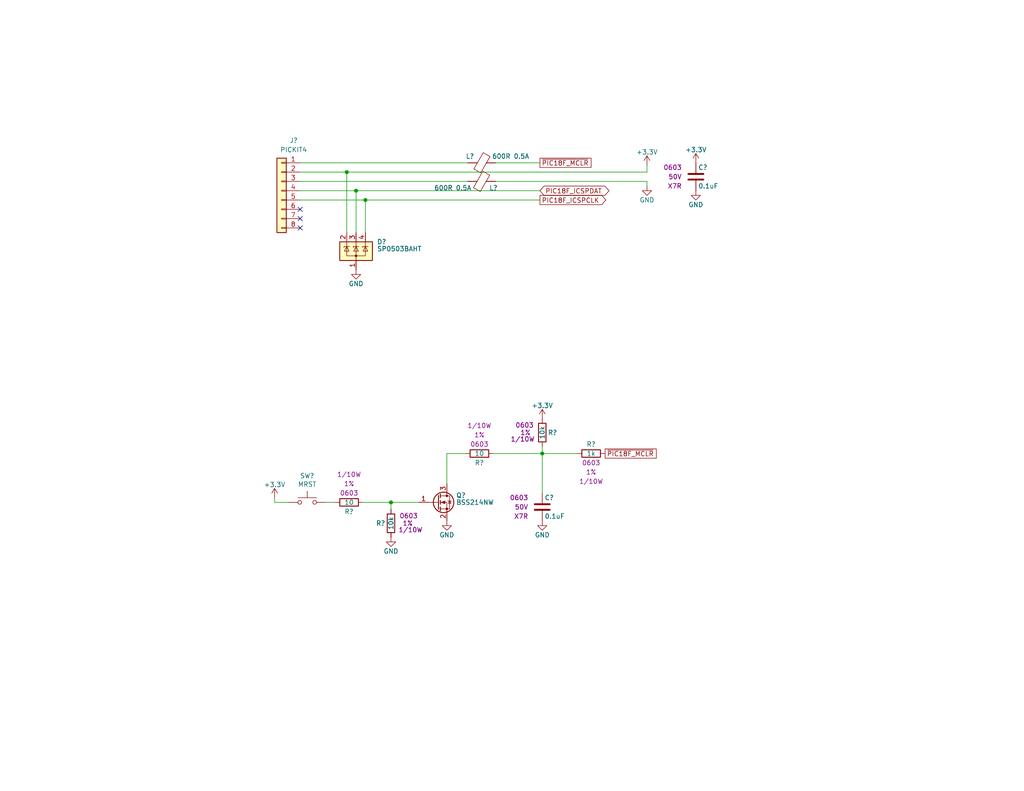
<source format=kicad_sch>
(kicad_sch (version 20230121) (generator eeschema)
  (paper "A")
  (title_block (title "USB Hub") (date "2023-08-20") (rev "PRELIM") (company "Drew Maatman"))
  (lib_symbols
    (symbol "Connector_Generic:Conn_01x08" (pin_names (offset 1.016) hide)
      (property "Reference" "J" (at 0 10.16 0))
      (property "Value" "Conn_01x08" (at 0 -12.7 0))
      (symbol "Conn_01x08_1_1"
        (rectangle (start -1.27 -10.033) (end 0 -10.287) (stroke (width 0.1524)))
        (rectangle (start -1.27 -7.493) (end 0 -7.747) (stroke (width 0.1524)))
        (rectangle (start -1.27 -4.953) (end 0 -5.207) (stroke (width 0.1524)))
        (rectangle (start -1.27 -2.413) (end 0 -2.667) (stroke (width 0.1524)))
        (rectangle (start -1.27 0.127) (end 0 -0.127) (stroke (width 0.1524)))
        (rectangle (start -1.27 2.667) (end 0 2.413) (stroke (width 0.1524)))
        (rectangle (start -1.27 5.207) (end 0 4.953) (stroke (width 0.1524)))
        (rectangle (start -1.27 7.747) (end 0 7.493) (stroke (width 0.1524)))
        (rectangle (start -1.27 8.89) (end 1.27 -11.43) (stroke (width 0.254)) (fill (type background)))
        (pin passive line (at -5.08 7.62 0) (length 3.81) (name "Pin_1") (number "1"))
        (pin passive line (at -5.08 5.08 0) (length 3.81) (name "Pin_2") (number "2"))
        (pin passive line (at -5.08 2.54 0) (length 3.81) (name "Pin_3") (number "3"))
        (pin passive line (at -5.08 0 0) (length 3.81) (name "Pin_4") (number "4"))
        (pin passive line (at -5.08 -2.54 0) (length 3.81) (name "Pin_5") (number "5"))
        (pin passive line (at -5.08 -5.08 0) (length 3.81) (name "Pin_6") (number "6"))
        (pin passive line (at -5.08 -7.62 0) (length 3.81) (name "Pin_7") (number "7"))
        (pin passive line (at -5.08 -10.16 0) (length 3.81) (name "Pin_8") (number "8"))
      )
    )
    (symbol "Custom_Library:C_Custom" (pin_numbers hide) (pin_names (offset 0.254))
      (property "Reference" "C" (at 0.635 2.54 0))
      (property "Value" "Custom_Library_C_Custom" (at 0.635 -2.54 0))
      (property "display_footprint" "Foot" (at -3.81 2.54 0))
      (property "Voltage" "V" (at -3.81 0 0))
      (property "Dielectric" "Er" (at -3.81 -2.54 0))
      (symbol "C_Custom_0_1"
        (polyline (pts (xy -2.032 -0.762) (xy 2.032 -0.762)) (stroke (width 0.508)))
        (polyline (pts (xy -2.032 0.762) (xy 2.032 0.762)) (stroke (width 0.508)))
      )
      (symbol "C_Custom_1_1"
        (pin passive line (at 0 3.81 270) (length 2.794) (name "~") (number "1"))
        (pin passive line (at 0 -3.81 90) (length 2.794) (name "~") (number "2"))
      )
    )
    (symbol "Custom_Library:R_Custom" (pin_numbers hide) (pin_names (offset 1.016) hide)
      (property "Reference" "R" (at -2.54 0 90))
      (property "Value" "Custom_Library_R_Custom" (at 0 0 90))
      (property "display_footprint" "Foot" (at 2.54 0 90))
      (property "Tolerance" "Tol" (at 5.08 0 90))
      (property "Wattage" "W" (at 7.62 0 90))
      (symbol "R_Custom_0_1"
        (rectangle (start 1.016 2.54) (end -1.016 -2.54) (stroke (width 0.254)))
      )
      (symbol "R_Custom_1_1"
        (pin passive line (at 0 3.81 270) (length 1.27) (name "1") (number "1"))
        (pin passive line (at 0 -3.81 90) (length 1.27) (name "2") (number "2"))
      )
    )
    (symbol "Device:Ferrite_Bead" (pin_numbers hide) (pin_names (offset 0))
      (property "Reference" "FB" (at -3.81 0.635 90))
      (property "Value" "Device_Ferrite_Bead" (at 3.81 0 90))
      (symbol "Ferrite_Bead_0_1"
        (polyline (pts (xy 0 -1.27) (xy 0 -1.2192)))
        (polyline (pts (xy 0 1.27) (xy 0 1.2954)))
        (polyline (pts (xy -2.7686 0.4064) (xy -1.7018 2.2606) (xy 2.7686 -0.3048) (xy 1.6764 -2.159) (xy -2.7686 0.4064)))
      )
      (symbol "Ferrite_Bead_1_1"
        (pin passive line (at 0 3.81 270) (length 2.54) (name "~") (number "1"))
        (pin passive line (at 0 -3.81 90) (length 2.54) (name "~") (number "2"))
      )
    )
    (symbol "Power_Protection:SP0503BAHT" (pin_names hide)
      (property "Reference" "D" (at 5.715 2.54 0))
      (property "Value" "SP0503BAHT" (at 5.715 0.635 0))
      (symbol "SP0503BAHT_0_0"
        (pin passive line (at 0 -5.08 90) (length 2.54) (name "A") (number "1"))
      )
      (symbol "SP0503BAHT_0_1"
        (rectangle (start -4.445 2.54) (end 4.445 -2.54) (stroke (width 0.254)) (fill (type background)))
        (circle (center 0 -1.27) (radius 0.254) (fill (type outline)))
        (polyline (pts (xy -2.54 2.54) (xy -2.54 1.27)))
        (polyline (pts (xy 0 -1.27) (xy 0 -2.54)))
        (polyline (pts (xy 0 -1.27) (xy 0 1.27)))
        (polyline (pts (xy 0 2.54) (xy 0 1.27)))
        (polyline (pts (xy 0.635 1.27) (xy 0.762 1.27)))
        (polyline (pts (xy 2.54 2.54) (xy 2.54 1.27)))
        (polyline (pts (xy 0.635 1.27) (xy -0.762 1.27) (xy -0.762 1.016)))
        (polyline (pts (xy -3.302 1.016) (xy -3.302 1.27) (xy -1.905 1.27) (xy -1.778 1.27)))
        (polyline (pts (xy -2.54 1.27) (xy -2.54 -1.27) (xy 2.54 -1.27) (xy 2.54 1.27)))
        (polyline (pts (xy -2.54 1.27) (xy -1.905 0) (xy -3.175 0) (xy -2.54 1.27)))
        (polyline (pts (xy 0.635 0) (xy -0.635 0) (xy 0 1.27) (xy 0.635 0)))
        (polyline (pts (xy 1.778 1.016) (xy 1.778 1.27) (xy 3.175 1.27) (xy 3.302 1.27)))
        (polyline (pts (xy 2.54 1.27) (xy 1.905 0) (xy 3.175 0) (xy 2.54 1.27)))
      )
      (symbol "SP0503BAHT_1_1"
        (pin passive line (at -2.54 5.08 270) (length 2.54) (name "K") (number "2"))
        (pin passive line (at 0 5.08 270) (length 2.54) (name "K") (number "3"))
        (pin passive line (at 2.54 5.08 270) (length 2.54) (name "K") (number "4"))
      )
    )
    (symbol "Switch:SW_Push" (pin_numbers hide) (pin_names (offset 1.016) hide)
      (property "Reference" "SW" (at 1.27 2.54 0))
      (property "Value" "SW_Push" (at 0 -1.524 0))
      (symbol "SW_Push_0_1"
        (circle (center -2.032 0) (radius 0.508))
        (polyline (pts (xy 0 1.27) (xy 0 3.048)))
        (polyline (pts (xy 2.54 1.27) (xy -2.54 1.27)))
        (circle (center 2.032 0) (radius 0.508))
        (pin passive line (at -5.08 0 0) (length 2.54) (name "1") (number "1"))
        (pin passive line (at 5.08 0 180) (length 2.54) (name "2") (number "2"))
      )
    )
    (symbol "Transistor_FET:BSS214NW" (pin_names hide)
      (property "Reference" "Q" (at 5.08 1.905 0))
      (property "Value" "BSS214NW" (at 5.08 0 0))
      (symbol "BSS214NW_0_1"
        (polyline (pts (xy 0.254 0) (xy -2.54 0)))
        (polyline (pts (xy 0.254 1.905) (xy 0.254 -1.905)) (stroke (width 0.254)))
        (polyline (pts (xy 0.762 -1.27) (xy 0.762 -2.286)) (stroke (width 0.254)))
        (polyline (pts (xy 0.762 0.508) (xy 0.762 -0.508)) (stroke (width 0.254)))
        (polyline (pts (xy 0.762 2.286) (xy 0.762 1.27)) (stroke (width 0.254)))
        (polyline (pts (xy 2.54 2.54) (xy 2.54 1.778)))
        (polyline (pts (xy 2.54 -2.54) (xy 2.54 0) (xy 0.762 0)))
        (polyline (pts (xy 0.762 -1.778) (xy 3.302 -1.778) (xy 3.302 1.778) (xy 0.762 1.778)))
        (polyline (pts (xy 1.016 0) (xy 2.032 0.381) (xy 2.032 -0.381) (xy 1.016 0)) (fill (type outline)))
        (polyline (pts (xy 2.794 0.508) (xy 2.921 0.381) (xy 3.683 0.381) (xy 3.81 0.254)))
        (polyline (pts (xy 3.302 0.381) (xy 2.921 -0.254) (xy 3.683 -0.254) (xy 3.302 0.381)))
        (circle (center 1.651 0) (radius 2.794) (stroke (width 0.254)))
        (circle (center 2.54 -1.778) (radius 0.254) (fill (type outline)))
        (circle (center 2.54 1.778) (radius 0.254) (fill (type outline)))
      )
      (symbol "BSS214NW_1_1"
        (pin input line (at -5.08 0 0) (length 2.54) (name "G") (number "1"))
        (pin passive line (at 2.54 -5.08 90) (length 2.54) (name "S") (number "2"))
        (pin passive line (at 2.54 5.08 270) (length 2.54) (name "D") (number "3"))
      )
    )
    (symbol "power:+3.3V" (power) (pin_names (offset 0))
      (property "Value" "+3.3V" (at 0 3.556 0))
      (symbol "+3.3V_0_1"
        (polyline (pts (xy -0.762 1.27) (xy 0 2.54)))
        (polyline (pts (xy 0 0) (xy 0 2.54)))
        (polyline (pts (xy 0 2.54) (xy 0.762 1.27)))
      )
      (symbol "+3.3V_1_1"
        (pin power_in line (at 0 0 90) (length 0) hide (name "+3.3V") (number "1"))
      )
    )
    (symbol "power:GND" (power) (pin_names (offset 0))
      (property "Value" "GND" (at 0 -3.81 0))
      (symbol "GND_0_1"
        (polyline (pts (xy 0 0) (xy 0 -1.27) (xy 1.27 -1.27) (xy 0 -2.54) (xy -1.27 -1.27) (xy 0 -1.27)))
      )
      (symbol "GND_1_1"
        (pin power_in line (at 0 0 270) (length 0) hide (name "GND") (number "1"))
      )
    )
  )
  (junction (at 97.155 52.07))
  (junction (at 106.68 137.16))
  (junction (at 147.955 123.825))
  (junction (at 99.695 54.61))
  (junction (at 94.615 46.99))
  (no_connect (at 81.915 59.69))
  (no_connect (at 81.915 57.15))
  (no_connect (at 81.915 62.23))
  (wire (pts (xy 81.915 46.99) (xy 94.615 46.99)))
  (wire (pts (xy 94.615 46.99) (xy 94.615 63.5)))
  (wire (pts (xy 81.915 44.45) (xy 127.635 44.45)))
  (wire (pts (xy 135.255 49.53) (xy 176.53 49.53)))
  (wire (pts (xy 176.53 50.8) (xy 176.53 49.53)))
  (wire (pts (xy 74.93 135.89) (xy 74.93 137.16)))
  (wire (pts (xy 74.93 137.16) (xy 78.74 137.16)))
  (wire (pts (xy 81.915 52.07) (xy 97.155 52.07)))
  (wire (pts (xy 94.615 46.99) (xy 176.53 46.99)))
  (wire (pts (xy 121.92 132.08) (xy 121.92 123.825)))
  (wire (pts (xy 106.68 137.16) (xy 99.06 137.16)))
  (wire (pts (xy 99.695 54.61) (xy 147.32 54.61)))
  (wire (pts (xy 97.155 52.07) (xy 147.32 52.07)))
  (wire (pts (xy 106.68 139.065) (xy 106.68 137.16)))
  (wire (pts (xy 176.53 45.085) (xy 176.53 46.99)))
  (wire (pts (xy 157.48 123.825) (xy 147.955 123.825)))
  (wire (pts (xy 81.915 54.61) (xy 99.695 54.61)))
  (wire (pts (xy 134.62 123.825) (xy 147.955 123.825)))
  (wire (pts (xy 91.44 137.16) (xy 88.9 137.16)))
  (wire (pts (xy 114.3 137.16) (xy 106.68 137.16)))
  (wire (pts (xy 99.695 54.61) (xy 99.695 63.5)))
  (wire (pts (xy 147.955 134.62) (xy 147.955 123.825)))
  (wire (pts (xy 147.955 121.92) (xy 147.955 123.825)))
  (wire (pts (xy 147.32 44.45) (xy 135.255 44.45)))
  (wire (pts (xy 127.635 49.53) (xy 81.915 49.53)))
  (wire (pts (xy 97.155 52.07) (xy 97.155 63.5)))
  (wire (pts (xy 121.92 123.825) (xy 127 123.825)))
  (global_label "~{PIC18F_MCLR}" (shape passive) (at 147.32 44.45 0) (property "Intersheetrefs" "${INTERSHEET_REFS}" (effects hide)))
  (global_label "PIC18F_ICSPCLK" (shape output) (at 147.32 54.61 0) (property "Intersheetrefs" "${INTERSHEET_REFS}" (effects hide)))
  (global_label "PIC18F_ICSPDAT" (shape bidirectional) (at 147.32 52.07 0) (property "Intersheetrefs" "${INTERSHEET_REFS}" (effects hide)))
  (global_label "~{PIC18F_MCLR}" (shape passive) (at 165.1 123.825 0) (property "Intersheetrefs" "${INTERSHEET_REFS}" (effects hide)))
  (symbol (lib_id "Custom_Library:R_Custom") (at 147.955 118.11 0) (mirror y) (unit 1)
    (property "Reference" "R?" (at 149.479 118.11 0) (effects (justify right)))
    (property "Value" "10k" (at 147.955 118.11 90))
    (property "Footprint" "Resistors_SMD:R_0603" (effects hide))
    (property "display_footprint" "0603" (at 143.129 116.078 0))
    (property "Tolerance" "1%" (at 143.383 118.11 0))
    (property "Wattage" "1/10W" (at 142.621 119.888 0))
    (property "Digi-Key PN" "541-10.0KHCT-ND" (effects hide))
    (instances (project "Analog_Clock" (path "" (reference "R?") (unit 1)) (path "" (reference "R?") (unit 1)) (path "" (reference "R?") (unit 1)) (path "" (reference "R?") (unit 1)) (path "" (reference "R?") (unit 1)) (path "" (reference "R?") (unit 1)) (path "" (reference "R?") (unit 1)) (path "" (reference "R?") (unit 1))) (project "Nixie_Clock_Core" (path "" (reference "R?") (unit 1))) (project "USB_Hub" (path "" (reference "R904") (unit 1))))
  )
  (symbol (lib_id "Custom_Library:R_Custom") (at 95.25 137.16 90) (unit 1)
    (property "Reference" "R?" (at 95.25 139.7 90))
    (property "Value" "10" (at 95.25 137.16 90))
    (property "Footprint" "Resistors_SMD:R_0603" (effects hide))
    (property "display_footprint" "0603" (at 95.25 134.62 90))
    (property "Tolerance" "1%" (at 95.25 132.08 90))
    (property "Wattage" "1/10W" (at 95.25 129.54 90))
    (property "Digi-Key PN" "541-10.0HCT-ND" (effects hide))
    (instances (project "Analog_Clock" (path "" (reference "R?") (unit 1))) (project "Nixie_Clock_Core" (path "" (reference "R?") (unit 1))) (project "USB_Hub" (path "" (reference "R901") (unit 1))))
  )
  (symbol (lib_id "Device:Ferrite_Bead") (at 131.445 44.45 270) (unit 1)
    (property "Reference" "L?" (at 129.413 42.672 90) (effects (justify right)))
    (property "Value" "600R 0.5A" (at 134.239 42.672 90) (effects (justify left)))
    (property "Footprint" "Inductors_SMD:L_0603" (effects hide))
    (property "Digi-Key PN" "490-1014-1-ND" (effects hide))
    (instances (project "Analog_Clock" (path "" (reference "L?") (unit 1)) (path "" (reference "L?") (unit 1)) (path "" (reference "L?") (unit 1)) (path "" (reference "L?") (unit 1)) (path "" (reference "L?") (unit 1)) (path "" (reference "L?") (unit 1))) (project "Nixie_Clock_Core" (path "" (reference "L?") (unit 1))) (project "USB_Hub" (path "" (reference "L901") (unit 1))))
  )
  (symbol (lib_id "Custom_Library:C_Custom") (at 189.865 48.26 0) (unit 1)
    (property "Reference" "C?" (at 190.5 45.72 0) (effects (justify left)))
    (property "Value" "0.1uF" (at 190.5 50.8 0) (effects (justify left)))
    (property "Footprint" "Capacitors_SMD:C_0603" (effects hide))
    (property "display_footprint" "0603" (at 186.055 45.72 0) (effects (justify right)))
    (property "Voltage" "50V" (at 186.055 48.26 0) (effects (justify right)))
    (property "Dielectric" "X7R" (at 186.055 50.8 0) (effects (justify right)))
    (property "Digi-Key PN" "1276-1935-1-ND" (effects hide))
    (instances (project "Analog_Clock" (path "" (reference "C?") (unit 1))) (project "Nixie_Clock_Core" (path "" (reference "C?") (unit 1))) (project "USB_Hub" (path "" (reference "C902") (unit 1))))
  )
  (symbol (lib_id "power:GND") (at 121.92 142.24 0) (unit 1)
    (property "Reference" "#PWR?" (effects hide))
    (property "Value" "GND" (at 121.92 146.05 0))
    (instances (project "Analog_Clock" (path "" (reference "#PWR?") (unit 1))) (project "Nixie_Clock_Core" (path "" (reference "#PWR?") (unit 1))) (project "USB_Hub" (path "" (reference "#PWR0904") (unit 1))))
  )
  (symbol (lib_id "power:GND") (at 97.155 73.66 0) (unit 1)
    (property "Reference" "#PWR?" (effects hide))
    (property "Value" "GND" (at 97.155 77.47 0))
    (instances (project "USB_Hub" (path "" (reference "#PWR?") (unit 1)) (path "" (reference "#PWR?") (unit 1)) (path "" (reference "#PWR0902") (unit 1))))
  )
  (symbol (lib_id "Transistor_FET:BSS214NW") (at 119.38 137.16 0) (unit 1)
    (property "Reference" "Q?" (at 124.46 135.255 0) (effects (justify left)))
    (property "Value" "BSS214NW" (at 124.46 137.16 0) (effects (justify left)))
    (property "Footprint" "Package_TO_SOT_SMD:SOT-323_SC-70" (effects hide))
    (property "Datasheet" "https://www.infineon.com/dgdl/Infineon-BSS214NW-DS-v02_02-en.pdf?fileId=db3a30431b3e89eb011b695aebc01bde" (effects hide))
    (property "Digi-Key PN" "BSS214NWH6327XTSA1CT-ND" (effects hide))
    (instances (project "Analog_Clock" (path "" (reference "Q?") (unit 1))) (project "Nixie_Clock_Core" (path "" (reference "Q?") (unit 1))) (project "USB_Hub" (path "" (reference "Q901") (unit 1))))
  )
  (symbol (lib_id "Custom_Library:R_Custom") (at 106.68 142.875 0) (unit 1)
    (property "Reference" "R?" (at 105.156 142.875 0) (effects (justify right)))
    (property "Value" "10k" (at 106.68 142.875 90))
    (property "Footprint" "Resistors_SMD:R_0603" (effects hide))
    (property "display_footprint" "0603" (at 111.506 140.843 0))
    (property "Tolerance" "1%" (at 111.252 142.875 0))
    (property "Wattage" "1/10W" (at 112.014 144.653 0))
    (property "Digi-Key PN" "541-10.0KHCT-ND" (effects hide))
    (instances (project "Analog_Clock" (path "" (reference "R?") (unit 1)) (path "" (reference "R?") (unit 1)) (path "" (reference "R?") (unit 1)) (path "" (reference "R?") (unit 1)) (path "" (reference "R?") (unit 1)) (path "" (reference "R?") (unit 1)) (path "" (reference "R?") (unit 1)) (path "" (reference "R?") (unit 1)) (path "" (reference "R?") (unit 1))) (project "Nixie_Clock_Core" (path "" (reference "R?") (unit 1))) (project "USB_Hub" (path "" (reference "R902") (unit 1))))
  )
  (symbol (lib_id "power:+3.3V") (at 189.865 44.45 0) (unit 1)
    (property "Reference" "#PWR?" (effects hide))
    (property "Value" "+3.3V" (at 189.865 40.894 0))
    (instances (project "Analog_Clock" (path "" (reference "#PWR?") (unit 1))) (project "Nixie_Clock_Core" (path "" (reference "#PWR?") (unit 1))) (project "USB_Hub" (path "" (reference "#PWR0909") (unit 1))))
  )
  (symbol (lib_id "Power_Protection:SP0503BAHT") (at 97.155 68.58 0) (unit 1)
    (property "Reference" "D?" (at 102.87 66.04 0) (effects (justify left)))
    (property "Value" "SP0503BAHT" (at 102.87 67.945 0) (effects (justify left)))
    (property "Footprint" "Package_TO_SOT_SMD:SOT-143" (effects hide))
    (property "Datasheet" "http://www.littelfuse.com/~/media/files/littelfuse/technical%20resources/documents/data%20sheets/sp05xxba.pdf" (effects hide))
    (instances (project "USB_Hub" (path "" (reference "D?") (unit 1)) (path "" (reference "D901") (unit 1))))
  )
  (symbol (lib_id "power:GND") (at 147.955 142.24 0) (unit 1)
    (property "Reference" "#PWR?" (effects hide))
    (property "Value" "GND" (at 147.955 146.05 0))
    (instances (project "Analog_Clock" (path "" (reference "#PWR?") (unit 1))) (project "Nixie_Clock_Core" (path "" (reference "#PWR?") (unit 1))) (project "USB_Hub" (path "" (reference "#PWR0906") (unit 1))))
  )
  (symbol (lib_id "Custom_Library:R_Custom") (at 130.81 123.825 90) (unit 1)
    (property "Reference" "R?" (at 130.81 126.365 90))
    (property "Value" "10" (at 130.81 123.825 90))
    (property "Footprint" "Resistors_SMD:R_0603" (effects hide))
    (property "display_footprint" "0603" (at 130.81 121.285 90))
    (property "Tolerance" "1%" (at 130.81 118.745 90))
    (property "Wattage" "1/10W" (at 130.81 116.205 90))
    (property "Digi-Key PN" "541-10.0HCT-ND" (effects hide))
    (instances (project "Analog_Clock" (path "" (reference "R?") (unit 1))) (project "Nixie_Clock_Core" (path "" (reference "R?") (unit 1))) (project "USB_Hub" (path "" (reference "R903") (unit 1))))
  )
  (symbol (lib_id "power:+3.3V") (at 176.53 45.085 0) (unit 1)
    (property "Reference" "#PWR?" (effects hide))
    (property "Value" "+3.3V" (at 176.53 41.529 0))
    (instances (project "Analog_Clock" (path "" (reference "#PWR?") (unit 1))) (project "Nixie_Clock_Core" (path "" (reference "#PWR?") (unit 1))) (project "USB_Hub" (path "" (reference "#PWR0907") (unit 1))))
  )
  (symbol (lib_id "Switch:SW_Push") (at 83.82 137.16 0) (unit 1)
    (property "Reference" "SW?" (at 83.82 129.921 0))
    (property "Value" "MRST" (at 83.82 132.2324 0))
    (property "Footprint" "Button_Switch_THT:SW_PUSH_6mm" (effects hide))
    (instances (project "Analog_Clock" (path "" (reference "SW?") (unit 1))) (project "Nixie_Clock_Core" (path "" (reference "SW?") (unit 1))) (project "USB_Hub" (path "" (reference "SW901") (unit 1))))
  )
  (symbol (lib_id "power:+3.3V") (at 147.955 114.3 0) (unit 1)
    (property "Reference" "#PWR?" (effects hide))
    (property "Value" "+3.3V" (at 147.955 110.744 0))
    (instances (project "Analog_Clock" (path "" (reference "#PWR?") (unit 1))) (project "Nixie_Clock_Core" (path "" (reference "#PWR?") (unit 1))) (project "USB_Hub" (path "" (reference "#PWR0905") (unit 1))))
  )
  (symbol (lib_id "power:GND") (at 106.68 146.685 0) (unit 1)
    (property "Reference" "#PWR?" (effects hide))
    (property "Value" "GND" (at 106.68 150.495 0))
    (instances (project "Analog_Clock" (path "" (reference "#PWR?") (unit 1))) (project "Nixie_Clock_Core" (path "" (reference "#PWR?") (unit 1))) (project "USB_Hub" (path "" (reference "#PWR0903") (unit 1))))
  )
  (symbol (lib_id "power:GND") (at 189.865 52.07 0) (unit 1)
    (property "Reference" "#PWR?" (effects hide))
    (property "Value" "GND" (at 189.865 55.88 0))
    (instances (project "Analog_Clock" (path "" (reference "#PWR?") (unit 1))) (project "Nixie_Clock_Core" (path "" (reference "#PWR?") (unit 1))) (project "USB_Hub" (path "" (reference "#PWR0910") (unit 1))))
  )
  (symbol (lib_id "power:GND") (at 176.53 50.8 0) (mirror y) (unit 1)
    (property "Reference" "#PWR?" (effects hide))
    (property "Value" "GND" (at 176.53 54.61 0))
    (instances (project "Analog_Clock" (path "" (reference "#PWR?") (unit 1))) (project "Nixie_Clock_Core" (path "" (reference "#PWR?") (unit 1))) (project "USB_Hub" (path "" (reference "#PWR0908") (unit 1))))
  )
  (symbol (lib_id "Custom_Library:C_Custom") (at 147.955 138.43 0) (unit 1)
    (property "Reference" "C?" (at 148.59 135.89 0) (effects (justify left)))
    (property "Value" "0.1uF" (at 148.59 140.97 0) (effects (justify left)))
    (property "Footprint" "Capacitors_SMD:C_0603" (effects hide))
    (property "display_footprint" "0603" (at 144.145 135.89 0) (effects (justify right)))
    (property "Voltage" "50V" (at 144.145 138.43 0) (effects (justify right)))
    (property "Dielectric" "X7R" (at 144.145 140.97 0) (effects (justify right)))
    (property "Digi-Key PN" "1276-1935-1-ND" (effects hide))
    (instances (project "Analog_Clock" (path "" (reference "C?") (unit 1))) (project "Nixie_Clock_Core" (path "" (reference "C?") (unit 1))) (project "USB_Hub" (path "" (reference "C901") (unit 1))))
  )
  (symbol (lib_id "Device:Ferrite_Bead") (at 131.445 49.53 90) (unit 1)
    (property "Reference" "L?" (at 133.477 51.308 90) (effects (justify right)))
    (property "Value" "600R 0.5A" (at 128.651 51.308 90) (effects (justify left)))
    (property "Footprint" "Inductors_SMD:L_0603" (effects hide))
    (property "Digi-Key PN" "490-1014-1-ND" (effects hide))
    (instances (project "Analog_Clock" (path "" (reference "L?") (unit 1)) (path "" (reference "L?") (unit 1)) (path "" (reference "L?") (unit 1)) (path "" (reference "L?") (unit 1)) (path "" (reference "L?") (unit 1)) (path "" (reference "L?") (unit 1))) (project "Nixie_Clock_Core" (path "" (reference "L?") (unit 1))) (project "USB_Hub" (path "" (reference "L902") (unit 1))))
  )
  (symbol (lib_id "power:+3.3V") (at 74.93 135.89 0) (unit 1)
    (property "Reference" "#PWR?" (effects hide))
    (property "Value" "+3.3V" (at 74.93 132.334 0))
    (instances (project "Analog_Clock" (path "" (reference "#PWR?") (unit 1))) (project "Nixie_Clock_Core" (path "" (reference "#PWR?") (unit 1))) (project "USB_Hub" (path "" (reference "#PWR0901") (unit 1))))
  )
  (symbol (lib_id "Connector_Generic:Conn_01x08") (at 76.835 52.07 0) (mirror y) (unit 1)
    (property "Reference" "J?" (at 80.137 38.354 0))
    (property "Value" "PICKIT4" (at 80.137 40.894 0))
    (property "Footprint" "Custom Footprints Library:PICKIT4_Header" (effects hide))
    (instances (project "Analog_Clock" (path "" (reference "J?") (unit 1))) (project "Nixie_Clock_Core" (path "" (reference "J?") (unit 1))) (project "USB_Hub" (path "" (reference "J901") (unit 1))))
  )
  (symbol (lib_id "Custom_Library:R_Custom") (at 161.29 123.825 270) (unit 1)
    (property "Reference" "R?" (at 161.29 121.285 90))
    (property "Value" "1k" (at 161.29 123.825 90))
    (property "Footprint" "Resistors_SMD:R_0603" (effects hide))
    (property "display_footprint" "0603" (at 161.29 126.365 90))
    (property "Tolerance" "1%" (at 161.29 128.905 90))
    (property "Wattage" "1/10W" (at 161.29 131.445 90))
    (property "Digi-Key PN" "541-1.00KHCT-ND" (effects hide))
    (instances (project "Analog_Clock" (path "" (reference "R?") (unit 1))) (project "Nixie_Clock_Core" (path "" (reference "R?") (unit 1))) (project "USB_Hub" (path "" (reference "R905") (unit 1))))
  )
)
</source>
